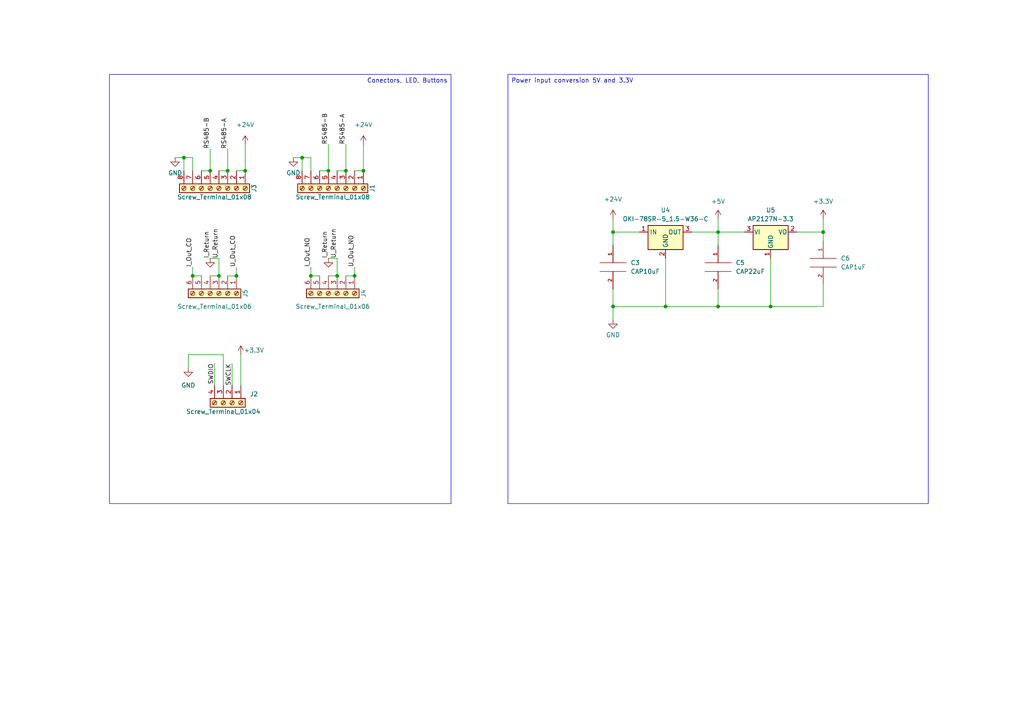
<source format=kicad_sch>
(kicad_sch (version 20230121) (generator eeschema)
  (paper "A4")
  (lib_symbols
    (symbol "Connector:Screw_Terminal_01x04" (pin_names (offset 1.016) hide)
      (property "Reference" "J" (at 0 5.08 0))
      (property "Value" "Screw_Terminal_01x04" (at 0 -7.62 0))
      (symbol "Screw_Terminal_01x04_1_1"
        (rectangle (start -1.27 3.81) (end 1.27 -6.35) (stroke (width 0.254)) (fill (type background)))
        (circle (center 0 -5.08) (radius 0.635) (stroke (width 0.1524)))
        (circle (center 0 -2.54) (radius 0.635) (stroke (width 0.1524)))
        (polyline (pts (xy -0.5334 -4.7498) (xy 0.3302 -5.588)) (stroke (width 0.1524)))
        (polyline (pts (xy -0.5334 -2.2098) (xy 0.3302 -3.048)) (stroke (width 0.1524)))
        (polyline (pts (xy -0.5334 0.3302) (xy 0.3302 -0.508)) (stroke (width 0.1524)))
        (polyline (pts (xy -0.5334 2.8702) (xy 0.3302 2.032)) (stroke (width 0.1524)))
        (polyline (pts (xy -0.3556 -4.572) (xy 0.508 -5.4102)) (stroke (width 0.1524)))
        (polyline (pts (xy -0.3556 -2.032) (xy 0.508 -2.8702)) (stroke (width 0.1524)))
        (polyline (pts (xy -0.3556 0.508) (xy 0.508 -0.3302)) (stroke (width 0.1524)))
        (polyline (pts (xy -0.3556 3.048) (xy 0.508 2.2098)) (stroke (width 0.1524)))
        (circle (center 0 0) (radius 0.635) (stroke (width 0.1524)))
        (circle (center 0 2.54) (radius 0.635) (stroke (width 0.1524)))
        (pin passive line (at -5.08 2.54 0) (length 3.81) (name "Pin_1") (number "1"))
        (pin passive line (at -5.08 0 0) (length 3.81) (name "Pin_2") (number "2"))
        (pin passive line (at -5.08 -2.54 0) (length 3.81) (name "Pin_3") (number "3"))
        (pin passive line (at -5.08 -5.08 0) (length 3.81) (name "Pin_4") (number "4"))
      )
    )
    (symbol "Connector:Screw_Terminal_01x06" (pin_names (offset 1.016) hide)
      (property "Reference" "J" (at 0 7.62 0))
      (property "Value" "Screw_Terminal_01x06" (at 0 -10.16 0))
      (symbol "Screw_Terminal_01x06_1_1"
        (rectangle (start -1.27 6.35) (end 1.27 -8.89) (stroke (width 0.254)) (fill (type background)))
        (circle (center 0 -7.62) (radius 0.635) (stroke (width 0.1524)))
        (circle (center 0 -5.08) (radius 0.635) (stroke (width 0.1524)))
        (circle (center 0 -2.54) (radius 0.635) (stroke (width 0.1524)))
        (polyline (pts (xy -0.5334 -7.2898) (xy 0.3302 -8.128)) (stroke (width 0.1524)))
        (polyline (pts (xy -0.5334 -4.7498) (xy 0.3302 -5.588)) (stroke (width 0.1524)))
        (polyline (pts (xy -0.5334 -2.2098) (xy 0.3302 -3.048)) (stroke (width 0.1524)))
        (polyline (pts (xy -0.5334 0.3302) (xy 0.3302 -0.508)) (stroke (width 0.1524)))
        (polyline (pts (xy -0.5334 2.8702) (xy 0.3302 2.032)) (stroke (width 0.1524)))
        (polyline (pts (xy -0.5334 5.4102) (xy 0.3302 4.572)) (stroke (width 0.1524)))
        (polyline (pts (xy -0.3556 -7.112) (xy 0.508 -7.9502)) (stroke (width 0.1524)))
        (polyline (pts (xy -0.3556 -4.572) (xy 0.508 -5.4102)) (stroke (width 0.1524)))
        (polyline (pts (xy -0.3556 -2.032) (xy 0.508 -2.8702)) (stroke (width 0.1524)))
        (polyline (pts (xy -0.3556 0.508) (xy 0.508 -0.3302)) (stroke (width 0.1524)))
        (polyline (pts (xy -0.3556 3.048) (xy 0.508 2.2098)) (stroke (width 0.1524)))
        (polyline (pts (xy -0.3556 5.588) (xy 0.508 4.7498)) (stroke (width 0.1524)))
        (circle (center 0 0) (radius 0.635) (stroke (width 0.1524)))
        (circle (center 0 2.54) (radius 0.635) (stroke (width 0.1524)))
        (circle (center 0 5.08) (radius 0.635) (stroke (width 0.1524)))
        (pin passive line (at -5.08 5.08 0) (length 3.81) (name "Pin_1") (number "1"))
        (pin passive line (at -5.08 2.54 0) (length 3.81) (name "Pin_2") (number "2"))
        (pin passive line (at -5.08 0 0) (length 3.81) (name "Pin_3") (number "3"))
        (pin passive line (at -5.08 -2.54 0) (length 3.81) (name "Pin_4") (number "4"))
        (pin passive line (at -5.08 -5.08 0) (length 3.81) (name "Pin_5") (number "5"))
        (pin passive line (at -5.08 -7.62 0) (length 3.81) (name "Pin_6") (number "6"))
      )
    )
    (symbol "Connector:Screw_Terminal_01x08" (pin_names (offset 1.016) hide)
      (property "Reference" "J" (at 0 10.16 0))
      (property "Value" "Screw_Terminal_01x08" (at 0 -12.7 0))
      (symbol "Screw_Terminal_01x08_1_1"
        (rectangle (start -1.27 8.89) (end 1.27 -11.43) (stroke (width 0.254)) (fill (type background)))
        (circle (center 0 -10.16) (radius 0.635) (stroke (width 0.1524)))
        (circle (center 0 -7.62) (radius 0.635) (stroke (width 0.1524)))
        (circle (center 0 -5.08) (radius 0.635) (stroke (width 0.1524)))
        (circle (center 0 -2.54) (radius 0.635) (stroke (width 0.1524)))
        (polyline (pts (xy -0.5334 -9.8298) (xy 0.3302 -10.668)) (stroke (width 0.1524)))
        (polyline (pts (xy -0.5334 -7.2898) (xy 0.3302 -8.128)) (stroke (width 0.1524)))
        (polyline (pts (xy -0.5334 -4.7498) (xy 0.3302 -5.588)) (stroke (width 0.1524)))
        (polyline (pts (xy -0.5334 -2.2098) (xy 0.3302 -3.048)) (stroke (width 0.1524)))
        (polyline (pts (xy -0.5334 0.3302) (xy 0.3302 -0.508)) (stroke (width 0.1524)))
        (polyline (pts (xy -0.5334 2.8702) (xy 0.3302 2.032)) (stroke (width 0.1524)))
        (polyline (pts (xy -0.5334 5.4102) (xy 0.3302 4.572)) (stroke (width 0.1524)))
        (polyline (pts (xy -0.5334 7.9502) (xy 0.3302 7.112)) (stroke (width 0.1524)))
        (polyline (pts (xy -0.3556 -9.652) (xy 0.508 -10.4902)) (stroke (width 0.1524)))
        (polyline (pts (xy -0.3556 -7.112) (xy 0.508 -7.9502)) (stroke (width 0.1524)))
        (polyline (pts (xy -0.3556 -4.572) (xy 0.508 -5.4102)) (stroke (width 0.1524)))
        (polyline (pts (xy -0.3556 -2.032) (xy 0.508 -2.8702)) (stroke (width 0.1524)))
        (polyline (pts (xy -0.3556 0.508) (xy 0.508 -0.3302)) (stroke (width 0.1524)))
        (polyline (pts (xy -0.3556 3.048) (xy 0.508 2.2098)) (stroke (width 0.1524)))
        (polyline (pts (xy -0.3556 5.588) (xy 0.508 4.7498)) (stroke (width 0.1524)))
        (polyline (pts (xy -0.3556 8.128) (xy 0.508 7.2898)) (stroke (width 0.1524)))
        (circle (center 0 0) (radius 0.635) (stroke (width 0.1524)))
        (circle (center 0 2.54) (radius 0.635) (stroke (width 0.1524)))
        (circle (center 0 5.08) (radius 0.635) (stroke (width 0.1524)))
        (circle (center 0 7.62) (radius 0.635) (stroke (width 0.1524)))
        (pin passive line (at -5.08 7.62 0) (length 3.81) (name "Pin_1") (number "1"))
        (pin passive line (at -5.08 5.08 0) (length 3.81) (name "Pin_2") (number "2"))
        (pin passive line (at -5.08 2.54 0) (length 3.81) (name "Pin_3") (number "3"))
        (pin passive line (at -5.08 0 0) (length 3.81) (name "Pin_4") (number "4"))
        (pin passive line (at -5.08 -2.54 0) (length 3.81) (name "Pin_5") (number "5"))
        (pin passive line (at -5.08 -5.08 0) (length 3.81) (name "Pin_6") (number "6"))
        (pin passive line (at -5.08 -7.62 0) (length 3.81) (name "Pin_7") (number "7"))
        (pin passive line (at -5.08 -10.16 0) (length 3.81) (name "Pin_8") (number "8"))
      )
    )
    (symbol "Converter_DCDC:OKI-78SR-5_1.5-W36-C"
      (property "Reference" "U" (at -3.81 3.175 0))
      (property "Value" "OKI-78SR-5_1.5-W36-C" (at 0 3.175 0))
      (symbol "OKI-78SR-5_1.5-W36-C_0_1"
        (rectangle (start -5.08 1.905) (end 5.08 -5.08) (stroke (width 0.254)) (fill (type background)))
      )
      (symbol "OKI-78SR-5_1.5-W36-C_1_1"
        (pin power_in line (at -7.62 0 0) (length 2.54) (name "IN") (number "1"))
        (pin power_in line (at 0 -7.62 90) (length 2.54) (name "GND") (number "2"))
        (pin power_out line (at 7.62 0 180) (length 2.54) (name "OUT") (number "3"))
      )
    )
    (symbol "Regulator_Linear:AP2127N-3.3" (pin_names (offset 0.254))
      (property "Reference" "U" (at -3.81 3.175 0))
      (property "Value" "AP2127N-3.3" (at 0 3.175 0))
      (symbol "AP2127N-3.3_0_1"
        (rectangle (start -5.08 1.905) (end 5.08 -5.08) (stroke (width 0.254)) (fill (type background)))
      )
      (symbol "AP2127N-3.3_1_1"
        (pin power_in line (at 0 -7.62 90) (length 2.54) (name "GND") (number "1"))
        (pin power_out line (at 7.62 0 180) (length 2.54) (name "VO") (number "2"))
        (pin power_in line (at -7.62 0 0) (length 2.54) (name "VI") (number "3"))
      )
    )
    (symbol "power:+24V" (power) (pin_names (offset 0))
      (property "Value" "+24V" (at 0 3.556 0))
      (symbol "+24V_0_1"
        (polyline (pts (xy -0.762 1.27) (xy 0 2.54)))
        (polyline (pts (xy 0 0) (xy 0 2.54)))
        (polyline (pts (xy 0 2.54) (xy 0.762 1.27)))
      )
      (symbol "+24V_1_1"
        (pin power_in line (at 0 0 90) (length 0) hide (name "+24V") (number "1"))
      )
    )
    (symbol "power:+3.3V" (power) (pin_names (offset 0))
      (property "Value" "+3.3V" (at 0 3.556 0))
      (symbol "+3.3V_0_1"
        (polyline (pts (xy -0.762 1.27) (xy 0 2.54)))
        (polyline (pts (xy 0 0) (xy 0 2.54)))
        (polyline (pts (xy 0 2.54) (xy 0.762 1.27)))
      )
      (symbol "+3.3V_1_1"
        (pin power_in line (at 0 0 90) (length 0) hide (name "+3.3V") (number "1"))
      )
    )
    (symbol "power:+5V" (power) (pin_names (offset 0))
      (property "Value" "+5V" (at 0 3.556 0))
      (symbol "+5V_0_1"
        (polyline (pts (xy -0.762 1.27) (xy 0 2.54)))
        (polyline (pts (xy 0 0) (xy 0 2.54)))
        (polyline (pts (xy 0 2.54) (xy 0.762 1.27)))
      )
      (symbol "+5V_1_1"
        (pin power_in line (at 0 0 90) (length 0) hide (name "+5V") (number "1"))
      )
    )
    (symbol "power:GND" (power) (pin_names (offset 0))
      (property "Value" "GND" (at 0 -3.81 0))
      (symbol "GND_0_1"
        (polyline (pts (xy 0 0) (xy 0 -1.27) (xy 1.27 -1.27) (xy 0 -2.54) (xy -1.27 -1.27) (xy 0 -1.27)))
      )
      (symbol "GND_1_1"
        (pin power_in line (at 0 0 270) (length 0) hide (name "GND") (number "1"))
      )
    )
    (symbol "pspice:CAP" (pin_names (offset 0.254))
      (property "Reference" "C" (at 2.54 3.81 90))
      (property "Value" "CAP" (at 2.54 -3.81 90))
      (symbol "CAP_0_1"
        (polyline (pts (xy -3.81 -1.27) (xy 3.81 -1.27)))
        (polyline (pts (xy -3.81 1.27) (xy 3.81 1.27)))
      )
      (symbol "CAP_1_1"
        (pin passive line (at 0 6.35 270) (length 5.08) (name "~") (number "1"))
        (pin passive line (at 0 -6.35 90) (length 5.08) (name "~") (number "2"))
      )
    )
  )
  (junction (at 66.04 49.53))
  (junction (at 55.88 80.01))
  (junction (at 95.25 49.53))
  (junction (at 177.8 67.31))
  (junction (at 238.76 67.31))
  (junction (at 193.04 88.9))
  (junction (at 177.8 88.9))
  (junction (at 68.58 80.01))
  (junction (at 90.17 80.01))
  (junction (at 87.63 45.72))
  (junction (at 105.41 49.53))
  (junction (at 208.28 67.31))
  (junction (at 71.12 49.53))
  (junction (at 97.79 80.01))
  (junction (at 100.33 49.53))
  (junction (at 53.34 45.72))
  (junction (at 60.96 49.53))
  (junction (at 223.52 88.9))
  (junction (at 208.28 88.9))
  (junction (at 63.5 80.01))
  (junction (at 102.87 80.01))
  (wire (pts (xy 100.33 41.91) (xy 100.33 49.53)))
  (wire (pts (xy 55.88 80.01) (xy 58.42 80.01)))
  (wire (pts (xy 50.8 45.72) (xy 53.34 45.72)))
  (wire (pts (xy 66.04 43.18) (xy 66.04 49.53)))
  (wire (pts (xy 193.04 88.9) (xy 208.28 88.9)))
  (wire (pts (xy 85.09 45.72) (xy 87.63 45.72)))
  (wire (pts (xy 87.63 45.72) (xy 90.17 45.72)))
  (wire (pts (xy 238.76 82.55) (xy 238.76 88.9)))
  (wire (pts (xy 105.41 41.91) (xy 105.41 49.53)))
  (wire (pts (xy 177.8 67.31) (xy 185.42 67.31)))
  (wire (pts (xy 69.85 102.87) (xy 69.85 111.76)))
  (wire (pts (xy 54.61 106.68) (xy 54.61 102.87)))
  (wire (pts (xy 54.61 102.87) (xy 64.77 102.87)))
  (wire (pts (xy 68.58 77.47) (xy 68.58 80.01)))
  (wire (pts (xy 177.8 63.5) (xy 177.8 67.31)))
  (wire (pts (xy 95.25 80.01) (xy 97.79 80.01)))
  (wire (pts (xy 55.88 77.47) (xy 55.88 80.01)))
  (wire (pts (xy 68.58 80.01) (xy 66.04 80.01)))
  (wire (pts (xy 177.8 88.9) (xy 193.04 88.9)))
  (wire (pts (xy 193.04 74.93) (xy 193.04 88.9)))
  (wire (pts (xy 102.87 77.47) (xy 102.87 80.01)))
  (wire (pts (xy 231.14 67.31) (xy 238.76 67.31)))
  (wire (pts (xy 53.34 45.72) (xy 53.34 49.53)))
  (wire (pts (xy 200.66 67.31) (xy 208.28 67.31)))
  (wire (pts (xy 71.12 41.91) (xy 71.12 49.53)))
  (wire (pts (xy 60.96 80.01) (xy 63.5 80.01)))
  (wire (pts (xy 95.25 41.91) (xy 95.25 49.53)))
  (wire (pts (xy 90.17 49.53) (xy 90.17 45.72)))
  (wire (pts (xy 67.31 105.41) (xy 67.31 111.76)))
  (wire (pts (xy 90.17 77.47) (xy 90.17 80.01)))
  (wire (pts (xy 177.8 88.9) (xy 177.8 92.71)))
  (wire (pts (xy 208.28 63.5) (xy 208.28 67.31)))
  (wire (pts (xy 208.28 67.31) (xy 215.9 67.31)))
  (wire (pts (xy 63.5 74.93) (xy 63.5 80.01)))
  (wire (pts (xy 55.88 49.53) (xy 55.88 45.72)))
  (wire (pts (xy 53.34 45.72) (xy 55.88 45.72)))
  (wire (pts (xy 60.96 43.18) (xy 60.96 49.53)))
  (wire (pts (xy 95.25 74.93) (xy 97.79 74.93)))
  (wire (pts (xy 64.77 102.87) (xy 64.77 111.76)))
  (wire (pts (xy 208.28 88.9) (xy 223.52 88.9)))
  (wire (pts (xy 238.76 88.9) (xy 223.52 88.9)))
  (wire (pts (xy 92.71 49.53) (xy 95.25 49.53)))
  (wire (pts (xy 102.87 49.53) (xy 105.41 49.53)))
  (wire (pts (xy 62.23 105.41) (xy 62.23 111.76)))
  (wire (pts (xy 90.17 80.01) (xy 92.71 80.01)))
  (wire (pts (xy 97.79 74.93) (xy 97.79 80.01)))
  (wire (pts (xy 177.8 67.31) (xy 177.8 71.12)))
  (wire (pts (xy 58.42 49.53) (xy 60.96 49.53)))
  (wire (pts (xy 238.76 63.5) (xy 238.76 67.31)))
  (wire (pts (xy 208.28 83.82) (xy 208.28 88.9)))
  (wire (pts (xy 60.96 74.93) (xy 63.5 74.93)))
  (wire (pts (xy 238.76 67.31) (xy 238.76 69.85)))
  (wire (pts (xy 208.28 67.31) (xy 208.28 71.12)))
  (wire (pts (xy 68.58 49.53) (xy 71.12 49.53)))
  (wire (pts (xy 87.63 45.72) (xy 87.63 49.53)))
  (wire (pts (xy 97.79 49.53) (xy 100.33 49.53)))
  (wire (pts (xy 100.33 80.01) (xy 102.87 80.01)))
  (wire (pts (xy 223.52 88.9) (xy 223.52 74.93)))
  (wire (pts (xy 63.5 49.53) (xy 66.04 49.53)))
  (wire (pts (xy 177.8 83.82) (xy 177.8 88.9)))
  (text_box "Power input conversion 5V and 3.3V" (at 147.32 21.59 0) (size 121.92 124.46) (effects (font (size 1.27 1.27)) (justify left top)))
  (text_box "Conectors, LED, Buttons" (at 31.75 21.59 0) (size 99.06 124.46) (effects (font (size 1.27 1.27)) (justify right top)))
  (label "SWDIO" (at 62.23 105.41 270))
  (label "U_Return" (at 63.5 74.93 90))
  (label "RS485-A" (at 66.04 43.18 90))
  (label "RS485-B" (at 95.25 41.91 90))
  (label "I_Return" (at 60.96 74.93 90))
  (label "I_Out_CO" (at 55.88 77.47 90))
  (label "RS485-A" (at 100.33 41.91 90))
  (label "I_Out_NO" (at 90.17 77.47 90))
  (label "RS485-B" (at 60.96 43.18 90))
  (label "SWCLK" (at 67.31 105.41 270))
  (label "I_Return" (at 95.25 74.93 90))
  (label "U_Return" (at 97.79 74.93 90))
  (label "U_Out_CO" (at 68.58 77.47 90))
  (label "U_Out_NO" (at 102.87 77.47 90))
  (symbol (lib_id "Connector:Screw_Terminal_01x04") (at 67.31 116.84 270) (unit 1)
    (property "Reference" "J2" (at 73.66 114.3 90))
    (property "Value" "Screw_Terminal_01x04" (at 64.77 119.38 90))
    (property "Footprint" "Connector_PinHeader_2.54mm:PinHeader_1x04_P2.54mm_Vertical" (effects hide))
    (instances (project "RS485-Gassensor" (path "" (reference "J2") (unit 1)) (path "" (reference "J3") (unit 1))))
  )
  (symbol (lib_id "power:GND") (at 85.09 45.72 0) (unit 1)
    (property "Reference" "#PWR041" (effects hide))
    (property "Value" "GND" (at 85.09 50.165 0))
    (instances (project "RS485-Gassensor" (path "" (reference "#PWR041") (unit 1)) (path "" (reference "#PWR032") (unit 1))))
  )
  (symbol (lib_id "pspice:CAP") (at 177.8 77.47 0) (unit 1)
    (property "Reference" "C3" (at 182.88 76.2 0) (effects (justify left)))
    (property "Value" "CAP10uF" (at 182.88 78.74 0) (effects (justify left)))
    (property "Footprint" "Capacitor_SMD:C_1206_3216Metric" (effects hide))
  )
  (symbol (lib_id "pspice:CAP") (at 208.28 77.47 0) (unit 1)
    (property "Reference" "C5" (at 213.36 76.2 0) (effects (justify left)))
    (property "Value" "CAP22uF" (at 213.36 78.74 0) (effects (justify left)))
    (property "Footprint" "Capacitor_SMD:C_1206_3216Metric" (effects hide))
  )
  (symbol (lib_id "power:+3.3V") (at 238.76 63.5 0) (unit 1)
    (property "Reference" "#PWR033" (effects hide))
    (property "Value" "+3.3V" (at 238.76 58.42 0))
  )
  (symbol (lib_id "power:GND") (at 60.96 74.93 0) (unit 1)
    (property "Reference" "#PWR048" (effects hide))
    (property "Value" "GND" (effects hide))
    (instances (project "RS485-Gassensor" (path "" (reference "#PWR048") (unit 1)) (path "" (reference "#PWR07") (unit 1))))
  )
  (symbol (lib_id "Connector:Screw_Terminal_01x08") (at 97.79 54.61 270) (unit 1)
    (property "Reference" "J1" (at 107.95 54.61 0))
    (property "Value" "Screw_Terminal_01x08" (at 96.52 57.15 90))
    (property "Footprint" "Connector_Phoenix_SPT:1862068" (effects hide))
    (instances (project "RS485-Gassensor" (path "" (reference "J1") (unit 1)) (path "" (reference "J5") (unit 1))))
  )
  (symbol (lib_id "power:GND") (at 95.25 74.93 0) (unit 1)
    (property "Reference" "#PWR032" (effects hide))
    (property "Value" "GND" (effects hide))
    (instances (project "RS485-Gassensor" (path "" (reference "#PWR032") (unit 1)) (path "" (reference "#PWR040") (unit 1))))
  )
  (symbol (lib_id "power:+24V") (at 177.8 63.5 0) (unit 1)
    (property "Reference" "#PWR022" (effects hide))
    (property "Value" "+24V" (at 177.8 57.785 0))
  )
  (symbol (lib_id "Connector:Screw_Terminal_01x08") (at 63.5 54.61 270) (unit 1)
    (property "Reference" "J3" (at 73.66 54.61 0))
    (property "Value" "Screw_Terminal_01x08" (at 62.23 57.15 90))
    (property "Footprint" "Connector_Phoenix_SPT:1862068" (effects hide))
    (instances (project "RS485-Gassensor" (path "" (reference "J3") (unit 1)) (path "" (reference "J2") (unit 1))))
  )
  (symbol (lib_id "power:GND") (at 54.61 106.68 0) (unit 1)
    (property "Reference" "#PWR02" (effects hide))
    (property "Value" "GND" (at 54.61 111.76 0))
  )
  (symbol (lib_id "Converter_DCDC:OKI-78SR-5_1.5-W36-C") (at 193.04 67.31 0) (unit 1)
    (property "Reference" "U4" (at 193.04 60.96 0))
    (property "Value" "OKI-78SR-5_1.5-W36-C" (at 193.04 63.5 0))
    (property "Footprint" "Converter_DCDC:Converter_DCDC_Murata_OKI-78SR_Vertical" (effects hide))
    (property "Datasheet" "https://power.murata.com/data/power/oki-78sr.pdf" (effects hide))
  )
  (symbol (lib_id "power:GND") (at 50.8 45.72 0) (unit 1)
    (property "Reference" "#PWR01" (effects hide))
    (property "Value" "GND" (at 50.8 50.165 0))
  )
  (symbol (lib_id "Regulator_Linear:AP2127N-3.3") (at 223.52 67.31 0) (unit 1)
    (property "Reference" "U5" (at 223.52 60.96 0))
    (property "Value" "AP2127N-3.3" (at 223.52 63.5 0))
    (property "Footprint" "Package_TO_SOT_SMD:SOT-23" (effects hide))
    (property "Datasheet" "https://www.diodes.com/assets/Datasheets/AP2127.pdf" (effects hide))
  )
  (symbol (lib_id "power:+5V") (at 208.28 63.5 0) (unit 1)
    (property "Reference" "#PWR026" (effects hide))
    (property "Value" "+5V" (at 208.28 58.42 0))
  )
  (symbol (lib_id "Connector:Screw_Terminal_01x06") (at 97.79 85.09 270) (unit 1)
    (property "Reference" "J4" (at 105.41 85.09 0))
    (property "Value" "Screw_Terminal_01x06" (at 96.52 88.9 90))
    (property "Footprint" "Connector_Phoenix_SPT:1071000" (effects hide))
  )
  (symbol (lib_id "power:GND") (at 177.8 92.71 0) (unit 1)
    (property "Reference" "#PWR023" (effects hide))
    (property "Value" "GND" (at 177.8 97.155 0))
  )
  (symbol (lib_id "power:+3.3V") (at 69.85 102.87 0) (unit 1)
    (property "Reference" "#PWR07" (effects hide))
    (property "Value" "+3.3V" (at 73.66 101.6 0))
    (instances (project "RS485-Gassensor" (path "" (reference "#PWR07") (unit 1)) (path "" (reference "#PWR029") (unit 1))))
  )
  (symbol (lib_id "power:+24V") (at 105.41 41.91 0) (unit 1)
    (property "Reference" "#PWR042" (effects hide))
    (property "Value" "+24V" (at 105.41 36.195 0))
    (instances (project "RS485-Gassensor" (path "" (reference "#PWR042") (unit 1)) (path "" (reference "#PWR048") (unit 1))))
  )
  (symbol (lib_id "Connector:Screw_Terminal_01x06") (at 63.5 85.09 270) (unit 1)
    (property "Reference" "J5" (at 71.12 85.09 0))
    (property "Value" "Screw_Terminal_01x06" (at 62.23 88.9 90))
    (property "Footprint" "Connector_Phoenix_SPT:1071000" (effects hide))
    (instances (project "RS485-Gassensor" (path "" (reference "J5") (unit 1)) (path "" (reference "J1") (unit 1))))
  )
  (symbol (lib_id "power:+24V") (at 71.12 41.91 0) (unit 1)
    (property "Reference" "#PWR06" (effects hide))
    (property "Value" "+24V" (at 71.12 36.195 0))
    (instances (project "RS485-Gassensor" (path "" (reference "#PWR06") (unit 1)) (path "" (reference "#PWR030") (unit 1))))
  )
  (symbol (lib_id "pspice:CAP") (at 238.76 76.2 0) (unit 1)
    (property "Reference" "C6" (at 243.84 74.93 0) (effects (justify left)))
    (property "Value" "CAP1uF" (at 243.84 77.47 0) (effects (justify left)))
    (property "Footprint" "Capacitor_SMD:C_1206_3216Metric" (effects hide))
  )
)
</source>
